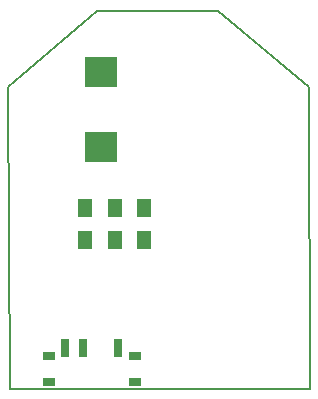
<source format=gbp>
%TF.GenerationSoftware,KiCad,Pcbnew,(5.1.0-1094-g655126d66)*%
%TF.CreationDate,2019-06-26T20:43:34+09:00*%
%TF.ProjectId,xbee,78626565-2e6b-4696-9361-645f70636258,rev?*%
%TF.SameCoordinates,Original*%
%TF.FileFunction,Paste,Bot*%
%TF.FilePolarity,Positive*%
%FSLAX46Y46*%
G04 Gerber Fmt 4.6, Leading zero omitted, Abs format (unit mm)*
G04 Created by KiCad (PCBNEW (5.1.0-1094-g655126d66)) date 2019-06-26 20:43:34*
%MOMM*%
%LPD*%
G04 APERTURE LIST*
%ADD10C,0.150000*%
%ADD11R,2.700000X2.550000*%
%ADD12R,1.300000X1.500000*%
%ADD13R,0.700000X1.500000*%
%ADD14R,1.000000X0.800000*%
G04 APERTURE END LIST*
D10*
X143250000Y-90250000D02*
X153500000Y-90250000D01*
X135750000Y-96750000D02*
X143250000Y-90250000D01*
X135750000Y-96750000D02*
X135850000Y-122250000D01*
X153500000Y-90250000D02*
X161201100Y-96750000D01*
X161201100Y-96750000D02*
X161250000Y-122250000D01*
X161250000Y-122250000D02*
X135850000Y-122250000D01*
D11*
X143550000Y-101800000D03*
X143550000Y-95450000D03*
D12*
X147250000Y-106950000D03*
X147250000Y-109650000D03*
X142250000Y-109650000D03*
X142250000Y-106950000D03*
X144750000Y-106950000D03*
X144750000Y-109650000D03*
D13*
X145050000Y-118820000D03*
X142050000Y-118820000D03*
X140550000Y-118820000D03*
D14*
X146450000Y-121680000D03*
X139150000Y-121680000D03*
X139150000Y-119470000D03*
X146450000Y-119470000D03*
M02*

</source>
